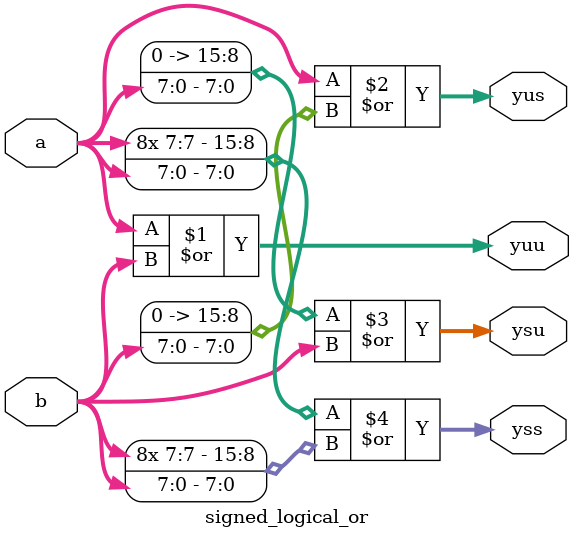
<source format=v>

module signed_logic_operators_bug();

reg   [7:0] a, b;
wire [15:0] yuu, yus, ysu, yss;
wire [15:0] zuu, zus, zsu, zss;

initial begin
    // Example vector
    a = 8'b10110110;
    b = 8'b10010010;

    // Wait for results to be calculated
    #1;

    // Display results
    $display("a   = %b", a);
    $display("b   = %b", b);
    $display("yuu = %b", yuu);
    $display("zuu = %b", zuu);
    $display("yus = %b", yus);
    $display("zus = %b", zus);
    $display("ysu = %b", ysu);
    $display("zsu = %b", zsu);
    $display("yss = %b", yss);
    $display("zss = %b", zss);

    // Finished
    $finish(0);
end

// Calculate signed logical OR
manually_extended_logical_or INST1(.a(a), .b(b), .yuu(yuu), .yus(yus), .ysu(ysu), .yss(yss));
signed_logical_or            INST2(.a(a), .b(b), .yuu(zuu), .yus(zus), .ysu(zsu), .yss(zss));

endmodule

module manually_extended_logical_or(a, b, yuu, yus, ysu, yss);

input   [7:0] a, b;
output [15:0] yuu, yus, ysu, yss;

// Manually zero or sign extend operands before logic OR
//   - Note the operands are zero extended in "yuu", "yus" and "ysu"
//   - The operands are sign extended in "yss"
assign yuu = {{8{1'b0}}, a} | {{8{1'b0}}, b};
assign yus = {{8{1'b0}}, a} | {{8{1'b0}}, b};
assign ysu = {{8{1'b0}}, a} | {{8{1'b0}}, b};
assign yss = {{8{a[7]}}, a} | {{8{b[7]}}, b};

endmodule

module signed_logical_or(a, b, yuu, yus, ysu, yss);

input   [7:0] a, b;
output [15:0] yuu, yus, ysu, yss;

// Note that the operation is only consider signed if ALL data operands are signed
//   - Therefore $signed(a) does NOT sign extend "a" in expression "ysu"
//   - But "a" and "b" are both sign extended before the OR in expression "yss"
assign yuu =         a  |         b ;
assign yus =         a  | $signed(b);
assign ysu = $signed(a) |         b ;
assign yss = $signed(a) | $signed(b);

endmodule

</source>
